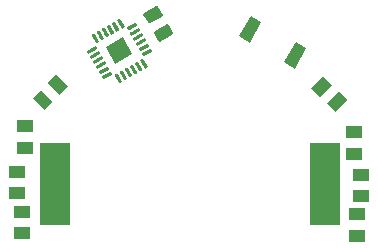
<source format=gbp>
G04 EAGLE Gerber RS-274X export*
G75*
%MOMM*%
%FSLAX34Y34*%
%LPD*%
%INBottom Paste*%
%IPPOS*%
%AMOC8*
5,1,8,0,0,1.08239X$1,22.5*%
G01*
G04 Define Apertures*
%ADD10R,2.540000X7.000000*%
%ADD11R,1.420200X1.031200*%
%ADD12R,1.031200X1.420200*%
%ADD13R,1.640000X1.640000*%
%ADD14C,0.065000*%
%ADD15R,2.000000X1.050000*%
%ADD16C,0.254000*%
D10*
X114300Y0D03*
X-114300Y0D03*
D11*
X-146050Y10465D03*
X-146050Y-7925D03*
D12*
G36*
X110146Y74078D02*
X102854Y81370D01*
X112896Y91412D01*
X120188Y84120D01*
X110146Y74078D01*
G37*
G36*
X123150Y61074D02*
X115858Y68366D01*
X125900Y78408D01*
X133192Y71116D01*
X123150Y61074D01*
G37*
D11*
X144780Y7925D03*
X144780Y-10465D03*
D12*
G36*
X-115915Y69733D02*
X-123207Y62441D01*
X-133249Y72483D01*
X-125957Y79775D01*
X-115915Y69733D01*
G37*
G36*
X-102911Y82737D02*
X-110203Y75445D01*
X-120245Y85487D01*
X-112953Y92779D01*
X-102911Y82737D01*
G37*
D13*
G36*
X-56999Y124201D02*
X-48799Y109999D01*
X-63001Y101799D01*
X-71201Y116001D01*
X-56999Y124201D01*
G37*
D14*
X-66925Y93443D02*
X-73376Y89719D01*
X-74351Y91407D01*
X-67900Y95131D01*
X-66925Y93443D01*
X-72307Y90336D02*
X-73732Y90336D01*
X-74089Y90953D02*
X-71238Y90953D01*
X-70170Y91570D02*
X-74069Y91570D01*
X-73000Y92187D02*
X-69101Y92187D01*
X-68032Y92804D02*
X-71931Y92804D01*
X-70862Y93421D02*
X-66963Y93421D01*
X-67269Y94038D02*
X-69793Y94038D01*
X-68725Y94655D02*
X-67625Y94655D01*
X-69425Y97773D02*
X-75876Y94049D01*
X-76851Y95737D01*
X-70400Y99461D01*
X-69425Y97773D01*
X-74807Y94666D02*
X-76232Y94666D01*
X-76589Y95283D02*
X-73738Y95283D01*
X-72670Y95900D02*
X-76569Y95900D01*
X-75500Y96517D02*
X-71601Y96517D01*
X-70532Y97134D02*
X-74431Y97134D01*
X-73362Y97751D02*
X-69463Y97751D01*
X-69769Y98368D02*
X-72293Y98368D01*
X-71225Y98985D02*
X-70125Y98985D01*
X-71925Y102103D02*
X-78376Y98379D01*
X-79351Y100067D01*
X-72900Y103791D01*
X-71925Y102103D01*
X-77307Y98996D02*
X-78732Y98996D01*
X-79089Y99613D02*
X-76238Y99613D01*
X-75170Y100230D02*
X-79069Y100230D01*
X-78000Y100847D02*
X-74101Y100847D01*
X-73032Y101464D02*
X-76931Y101464D01*
X-75862Y102081D02*
X-71963Y102081D01*
X-72269Y102698D02*
X-74793Y102698D01*
X-73725Y103315D02*
X-72625Y103315D01*
X-74425Y106433D02*
X-80876Y102709D01*
X-81851Y104397D01*
X-75400Y108121D01*
X-74425Y106433D01*
X-79807Y103326D02*
X-81232Y103326D01*
X-81589Y103943D02*
X-78738Y103943D01*
X-77670Y104560D02*
X-81569Y104560D01*
X-80500Y105177D02*
X-76601Y105177D01*
X-75532Y105794D02*
X-79431Y105794D01*
X-78362Y106411D02*
X-74463Y106411D01*
X-74769Y107028D02*
X-77293Y107028D01*
X-76225Y107645D02*
X-75125Y107645D01*
X-76925Y110763D02*
X-83376Y107039D01*
X-84351Y108727D01*
X-77900Y112451D01*
X-76925Y110763D01*
X-82307Y107656D02*
X-83732Y107656D01*
X-84089Y108273D02*
X-81238Y108273D01*
X-80170Y108890D02*
X-84069Y108890D01*
X-83000Y109507D02*
X-79101Y109507D01*
X-78032Y110124D02*
X-81931Y110124D01*
X-80862Y110741D02*
X-76963Y110741D01*
X-77269Y111358D02*
X-79793Y111358D01*
X-78725Y111975D02*
X-77625Y111975D01*
X-79425Y115093D02*
X-85876Y111369D01*
X-86851Y113057D01*
X-80400Y116781D01*
X-79425Y115093D01*
X-84807Y111986D02*
X-86232Y111986D01*
X-86589Y112603D02*
X-83738Y112603D01*
X-82670Y113220D02*
X-86569Y113220D01*
X-85500Y113837D02*
X-81601Y113837D01*
X-80532Y114454D02*
X-84431Y114454D01*
X-83362Y115071D02*
X-79463Y115071D01*
X-79769Y115688D02*
X-82293Y115688D01*
X-81225Y116305D02*
X-80125Y116305D01*
X-52101Y130869D02*
X-45650Y134593D01*
X-52101Y130869D02*
X-53076Y132557D01*
X-46625Y136281D01*
X-45650Y134593D01*
X-51032Y131486D02*
X-52457Y131486D01*
X-52814Y132103D02*
X-49963Y132103D01*
X-48895Y132720D02*
X-52794Y132720D01*
X-51725Y133337D02*
X-47826Y133337D01*
X-46757Y133954D02*
X-50656Y133954D01*
X-49587Y134571D02*
X-45688Y134571D01*
X-45994Y135188D02*
X-48518Y135188D01*
X-47450Y135805D02*
X-46350Y135805D01*
X-43150Y130263D02*
X-49601Y126539D01*
X-50576Y128227D01*
X-44125Y131951D01*
X-43150Y130263D01*
X-48532Y127156D02*
X-49957Y127156D01*
X-50314Y127773D02*
X-47463Y127773D01*
X-46395Y128390D02*
X-50294Y128390D01*
X-49225Y129007D02*
X-45326Y129007D01*
X-44257Y129624D02*
X-48156Y129624D01*
X-47087Y130241D02*
X-43188Y130241D01*
X-43494Y130858D02*
X-46018Y130858D01*
X-44950Y131475D02*
X-43850Y131475D01*
X-40650Y125933D02*
X-47101Y122209D01*
X-48076Y123897D01*
X-41625Y127621D01*
X-40650Y125933D01*
X-46032Y122826D02*
X-47457Y122826D01*
X-47814Y123443D02*
X-44963Y123443D01*
X-43895Y124060D02*
X-47794Y124060D01*
X-46725Y124677D02*
X-42826Y124677D01*
X-41757Y125294D02*
X-45656Y125294D01*
X-44587Y125911D02*
X-40688Y125911D01*
X-40994Y126528D02*
X-43518Y126528D01*
X-42450Y127145D02*
X-41350Y127145D01*
X-38150Y121603D02*
X-44601Y117879D01*
X-45576Y119567D01*
X-39125Y123291D01*
X-38150Y121603D01*
X-43532Y118496D02*
X-44957Y118496D01*
X-45314Y119113D02*
X-42463Y119113D01*
X-41395Y119730D02*
X-45294Y119730D01*
X-44225Y120347D02*
X-40326Y120347D01*
X-39257Y120964D02*
X-43156Y120964D01*
X-42087Y121581D02*
X-38188Y121581D01*
X-38494Y122198D02*
X-41018Y122198D01*
X-39950Y122815D02*
X-38850Y122815D01*
X-35650Y117273D02*
X-42101Y113549D01*
X-43076Y115237D01*
X-36625Y118961D01*
X-35650Y117273D01*
X-41032Y114166D02*
X-42457Y114166D01*
X-42814Y114783D02*
X-39963Y114783D01*
X-38895Y115400D02*
X-42794Y115400D01*
X-41725Y116017D02*
X-37826Y116017D01*
X-36757Y116634D02*
X-40656Y116634D01*
X-39587Y117251D02*
X-35688Y117251D01*
X-35994Y117868D02*
X-38518Y117868D01*
X-37450Y118485D02*
X-36350Y118485D01*
X-33150Y112943D02*
X-39601Y109219D01*
X-40576Y110907D01*
X-34125Y114631D01*
X-33150Y112943D01*
X-38532Y109836D02*
X-39957Y109836D01*
X-40314Y110453D02*
X-37463Y110453D01*
X-36395Y111070D02*
X-40294Y111070D01*
X-39225Y111687D02*
X-35326Y111687D01*
X-34257Y112304D02*
X-38156Y112304D01*
X-37087Y112921D02*
X-33188Y112921D01*
X-33494Y113538D02*
X-36018Y113538D01*
X-34950Y114155D02*
X-33850Y114155D01*
X-40443Y106076D02*
X-36719Y99625D01*
X-38407Y98650D01*
X-42131Y105101D01*
X-40443Y106076D01*
X-38763Y99267D02*
X-37339Y99267D01*
X-36869Y99884D02*
X-39119Y99884D01*
X-39476Y100501D02*
X-37225Y100501D01*
X-37581Y101118D02*
X-39832Y101118D01*
X-40188Y101735D02*
X-37937Y101735D01*
X-38293Y102352D02*
X-40544Y102352D01*
X-40900Y102969D02*
X-38649Y102969D01*
X-39006Y103586D02*
X-41256Y103586D01*
X-41613Y104203D02*
X-39362Y104203D01*
X-39718Y104820D02*
X-41969Y104820D01*
X-41549Y105437D02*
X-40074Y105437D01*
X-40430Y106054D02*
X-40481Y106054D01*
X-44773Y103576D02*
X-41049Y97125D01*
X-42737Y96150D01*
X-46461Y102601D01*
X-44773Y103576D01*
X-43093Y96767D02*
X-41669Y96767D01*
X-41199Y97384D02*
X-43449Y97384D01*
X-43806Y98001D02*
X-41555Y98001D01*
X-41911Y98618D02*
X-44162Y98618D01*
X-44518Y99235D02*
X-42267Y99235D01*
X-42623Y99852D02*
X-44874Y99852D01*
X-45230Y100469D02*
X-42979Y100469D01*
X-43336Y101086D02*
X-45586Y101086D01*
X-45943Y101703D02*
X-43692Y101703D01*
X-44048Y102320D02*
X-46299Y102320D01*
X-45879Y102937D02*
X-44404Y102937D01*
X-44760Y103554D02*
X-44811Y103554D01*
X-49103Y101076D02*
X-45379Y94625D01*
X-47067Y93650D01*
X-50791Y100101D01*
X-49103Y101076D01*
X-47423Y94267D02*
X-45999Y94267D01*
X-45529Y94884D02*
X-47779Y94884D01*
X-48136Y95501D02*
X-45885Y95501D01*
X-46241Y96118D02*
X-48492Y96118D01*
X-48848Y96735D02*
X-46597Y96735D01*
X-46953Y97352D02*
X-49204Y97352D01*
X-49560Y97969D02*
X-47309Y97969D01*
X-47666Y98586D02*
X-49916Y98586D01*
X-50273Y99203D02*
X-48022Y99203D01*
X-48378Y99820D02*
X-50629Y99820D01*
X-50209Y100437D02*
X-48734Y100437D01*
X-49090Y101054D02*
X-49141Y101054D01*
X-53433Y98576D02*
X-49709Y92125D01*
X-51397Y91150D01*
X-55121Y97601D01*
X-53433Y98576D01*
X-51753Y91767D02*
X-50329Y91767D01*
X-49859Y92384D02*
X-52109Y92384D01*
X-52466Y93001D02*
X-50215Y93001D01*
X-50571Y93618D02*
X-52822Y93618D01*
X-53178Y94235D02*
X-50927Y94235D01*
X-51283Y94852D02*
X-53534Y94852D01*
X-53890Y95469D02*
X-51639Y95469D01*
X-51996Y96086D02*
X-54246Y96086D01*
X-54603Y96703D02*
X-52352Y96703D01*
X-52708Y97320D02*
X-54959Y97320D01*
X-54539Y97937D02*
X-53064Y97937D01*
X-53420Y98554D02*
X-53471Y98554D01*
X-57763Y96076D02*
X-54039Y89625D01*
X-55727Y88650D01*
X-59451Y95101D01*
X-57763Y96076D01*
X-56083Y89267D02*
X-54659Y89267D01*
X-54189Y89884D02*
X-56439Y89884D01*
X-56796Y90501D02*
X-54545Y90501D01*
X-54901Y91118D02*
X-57152Y91118D01*
X-57508Y91735D02*
X-55257Y91735D01*
X-55613Y92352D02*
X-57864Y92352D01*
X-58220Y92969D02*
X-55969Y92969D01*
X-56326Y93586D02*
X-58576Y93586D01*
X-58933Y94203D02*
X-56682Y94203D01*
X-57038Y94820D02*
X-59289Y94820D01*
X-58869Y95437D02*
X-57394Y95437D01*
X-57750Y96054D02*
X-57801Y96054D01*
X-62093Y93576D02*
X-58369Y87125D01*
X-60057Y86150D01*
X-63781Y92601D01*
X-62093Y93576D01*
X-60413Y86767D02*
X-58989Y86767D01*
X-58519Y87384D02*
X-60769Y87384D01*
X-61126Y88001D02*
X-58875Y88001D01*
X-59231Y88618D02*
X-61482Y88618D01*
X-61838Y89235D02*
X-59587Y89235D01*
X-59943Y89852D02*
X-62194Y89852D01*
X-62550Y90469D02*
X-60299Y90469D01*
X-60656Y91086D02*
X-62906Y91086D01*
X-63263Y91703D02*
X-61012Y91703D01*
X-61368Y92320D02*
X-63619Y92320D01*
X-63199Y92937D02*
X-61724Y92937D01*
X-62080Y93554D02*
X-62131Y93554D01*
X-77869Y120899D02*
X-81593Y127350D01*
X-77869Y120899D02*
X-79557Y119924D01*
X-83281Y126375D01*
X-81593Y127350D01*
X-79913Y120541D02*
X-78489Y120541D01*
X-78019Y121158D02*
X-80269Y121158D01*
X-80626Y121775D02*
X-78375Y121775D01*
X-78731Y122392D02*
X-80982Y122392D01*
X-81338Y123009D02*
X-79087Y123009D01*
X-79443Y123626D02*
X-81694Y123626D01*
X-82050Y124243D02*
X-79799Y124243D01*
X-80156Y124860D02*
X-82406Y124860D01*
X-82763Y125477D02*
X-80512Y125477D01*
X-80868Y126094D02*
X-83119Y126094D01*
X-82699Y126711D02*
X-81224Y126711D01*
X-81580Y127328D02*
X-81631Y127328D01*
X-77263Y129850D02*
X-73539Y123399D01*
X-75227Y122424D01*
X-78951Y128875D01*
X-77263Y129850D01*
X-75583Y123041D02*
X-74159Y123041D01*
X-73689Y123658D02*
X-75939Y123658D01*
X-76296Y124275D02*
X-74045Y124275D01*
X-74401Y124892D02*
X-76652Y124892D01*
X-77008Y125509D02*
X-74757Y125509D01*
X-75113Y126126D02*
X-77364Y126126D01*
X-77720Y126743D02*
X-75469Y126743D01*
X-75826Y127360D02*
X-78076Y127360D01*
X-78433Y127977D02*
X-76182Y127977D01*
X-76538Y128594D02*
X-78789Y128594D01*
X-78369Y129211D02*
X-76894Y129211D01*
X-77250Y129828D02*
X-77301Y129828D01*
X-72933Y132350D02*
X-69209Y125899D01*
X-70897Y124924D01*
X-74621Y131375D01*
X-72933Y132350D01*
X-71253Y125541D02*
X-69829Y125541D01*
X-69359Y126158D02*
X-71609Y126158D01*
X-71966Y126775D02*
X-69715Y126775D01*
X-70071Y127392D02*
X-72322Y127392D01*
X-72678Y128009D02*
X-70427Y128009D01*
X-70783Y128626D02*
X-73034Y128626D01*
X-73390Y129243D02*
X-71139Y129243D01*
X-71496Y129860D02*
X-73746Y129860D01*
X-74103Y130477D02*
X-71852Y130477D01*
X-72208Y131094D02*
X-74459Y131094D01*
X-74039Y131711D02*
X-72564Y131711D01*
X-72920Y132328D02*
X-72971Y132328D01*
X-68603Y134850D02*
X-64879Y128399D01*
X-66567Y127424D01*
X-70291Y133875D01*
X-68603Y134850D01*
X-66923Y128041D02*
X-65499Y128041D01*
X-65029Y128658D02*
X-67279Y128658D01*
X-67636Y129275D02*
X-65385Y129275D01*
X-65741Y129892D02*
X-67992Y129892D01*
X-68348Y130509D02*
X-66097Y130509D01*
X-66453Y131126D02*
X-68704Y131126D01*
X-69060Y131743D02*
X-66809Y131743D01*
X-67166Y132360D02*
X-69416Y132360D01*
X-69773Y132977D02*
X-67522Y132977D01*
X-67878Y133594D02*
X-70129Y133594D01*
X-69709Y134211D02*
X-68234Y134211D01*
X-68590Y134828D02*
X-68641Y134828D01*
X-64273Y137350D02*
X-60549Y130899D01*
X-62237Y129924D01*
X-65961Y136375D01*
X-64273Y137350D01*
X-62593Y130541D02*
X-61169Y130541D01*
X-60699Y131158D02*
X-62949Y131158D01*
X-63306Y131775D02*
X-61055Y131775D01*
X-61411Y132392D02*
X-63662Y132392D01*
X-64018Y133009D02*
X-61767Y133009D01*
X-62123Y133626D02*
X-64374Y133626D01*
X-64730Y134243D02*
X-62479Y134243D01*
X-62836Y134860D02*
X-65086Y134860D01*
X-65443Y135477D02*
X-63192Y135477D01*
X-63548Y136094D02*
X-65799Y136094D01*
X-65379Y136711D02*
X-63904Y136711D01*
X-64260Y137328D02*
X-64311Y137328D01*
X-59943Y139850D02*
X-56219Y133399D01*
X-57907Y132424D01*
X-61631Y138875D01*
X-59943Y139850D01*
X-58263Y133041D02*
X-56839Y133041D01*
X-56369Y133658D02*
X-58619Y133658D01*
X-58976Y134275D02*
X-56725Y134275D01*
X-57081Y134892D02*
X-59332Y134892D01*
X-59688Y135509D02*
X-57437Y135509D01*
X-57793Y136126D02*
X-60044Y136126D01*
X-60400Y136743D02*
X-58149Y136743D01*
X-58506Y137360D02*
X-60756Y137360D01*
X-61113Y137977D02*
X-58862Y137977D01*
X-59218Y138594D02*
X-61469Y138594D01*
X-61049Y139211D02*
X-59574Y139211D01*
X-59930Y139828D02*
X-59981Y139828D01*
D15*
G36*
X41380Y124978D02*
X51379Y142298D01*
X60472Y137048D01*
X50473Y119728D01*
X41380Y124978D01*
G37*
G36*
X79528Y102953D02*
X89527Y120273D01*
X98620Y115023D01*
X88621Y97703D01*
X79528Y102953D01*
G37*
D16*
X-34684Y137741D02*
X-38494Y144340D01*
X-28596Y150055D01*
X-24786Y143456D01*
X-34684Y137741D01*
X-36077Y140154D02*
X-30505Y140154D01*
X-26326Y142567D02*
X-37470Y142567D01*
X-37386Y144980D02*
X-25666Y144980D01*
X-27059Y147393D02*
X-33206Y147393D01*
X-29027Y149806D02*
X-28452Y149806D01*
X-29604Y128942D02*
X-25794Y122343D01*
X-29604Y128942D02*
X-19706Y134657D01*
X-15896Y128058D01*
X-25794Y122343D01*
X-27187Y124756D02*
X-21615Y124756D01*
X-17436Y127169D02*
X-28580Y127169D01*
X-28496Y129582D02*
X-16776Y129582D01*
X-18169Y131995D02*
X-24316Y131995D01*
X-20137Y134408D02*
X-19562Y134408D01*
D11*
X-140000Y49195D03*
X-140000Y30805D03*
X-141878Y-23438D03*
X-141878Y-41828D03*
X138658Y44104D03*
X138658Y25714D03*
X141841Y-25585D03*
X141841Y-43975D03*
M02*

</source>
